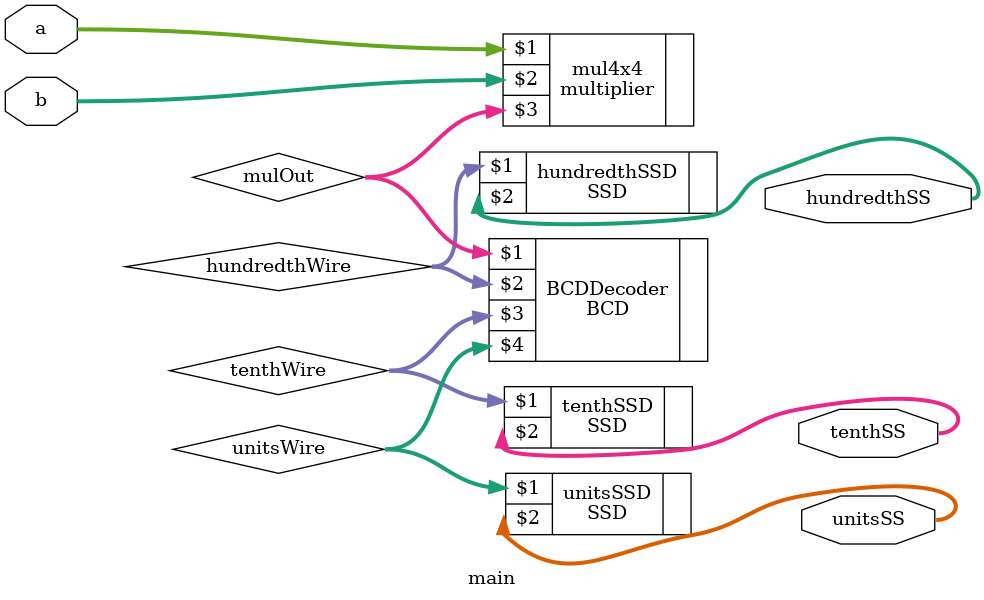
<source format=v>
module main(
    input[3:0] a,
    input[3:0] b,
    output[6:0] hundredthSS,
    output[6:0] tenthSS,
    output[6:0] unitsSS
);

wire[7:0] mulOut;
wire[3:0] hundredthWire;
wire[3:0] tenthWire;
wire[3:0] unitsWire;

multiplier mul4x4 (a, b, mulOut);
BCD BCDDecoder(mulOut, hundredthWire, tenthWire, unitsWire);
SSD hundredthSSD(hundredthWire, hundredthSS);
SSD tenthSSD(tenthWire, tenthSS);
SSD unitsSSD(unitsWire, unitsSS);

endmodule // main
</source>
